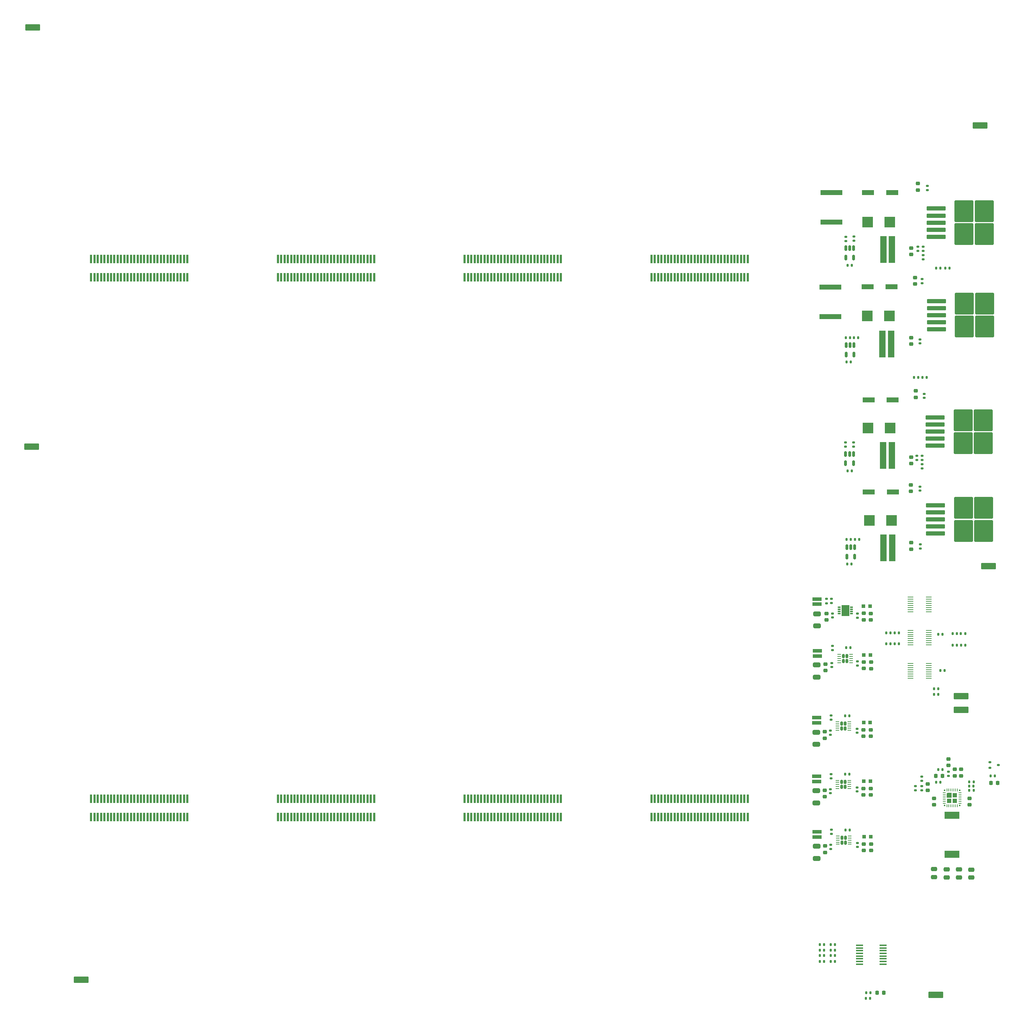
<source format=gbr>
%TF.GenerationSoftware,KiCad,Pcbnew,9.0.6-9.0.6~ubuntu22.04.1*%
%TF.CreationDate,2026-01-06T17:11:06-05:00*%
%TF.ProjectId,psc_carrier_brd,7073635f-6361-4727-9269-65725f627264,rev?*%
%TF.SameCoordinates,Original*%
%TF.FileFunction,Paste,Top*%
%TF.FilePolarity,Positive*%
%FSLAX46Y46*%
G04 Gerber Fmt 4.6, Leading zero omitted, Abs format (unit mm)*
G04 Created by KiCad (PCBNEW 9.0.6-9.0.6~ubuntu22.04.1) date 2026-01-06 17:11:06*
%MOMM*%
%LPD*%
G01*
G04 APERTURE LIST*
G04 Aperture macros list*
%AMRoundRect*
0 Rectangle with rounded corners*
0 $1 Rounding radius*
0 $2 $3 $4 $5 $6 $7 $8 $9 X,Y pos of 4 corners*
0 Add a 4 corners polygon primitive as box body*
4,1,4,$2,$3,$4,$5,$6,$7,$8,$9,$2,$3,0*
0 Add four circle primitives for the rounded corners*
1,1,$1+$1,$2,$3*
1,1,$1+$1,$4,$5*
1,1,$1+$1,$6,$7*
1,1,$1+$1,$8,$9*
0 Add four rect primitives between the rounded corners*
20,1,$1+$1,$2,$3,$4,$5,0*
20,1,$1+$1,$4,$5,$6,$7,0*
20,1,$1+$1,$6,$7,$8,$9,0*
20,1,$1+$1,$8,$9,$2,$3,0*%
%AMOutline5P*
0 Free polygon, 5 corners , with rotation*
0 The origin of the aperture is its center*
0 number of corners: always 5*
0 $1 to $10 corner X, Y*
0 $11 Rotation angle, in degrees counterclockwise*
0 create outline with 5 corners*
4,1,5,$1,$2,$3,$4,$5,$6,$7,$8,$9,$10,$1,$2,$11*%
%AMOutline6P*
0 Free polygon, 6 corners , with rotation*
0 The origin of the aperture is its center*
0 number of corners: always 6*
0 $1 to $12 corner X, Y*
0 $13 Rotation angle, in degrees counterclockwise*
0 create outline with 6 corners*
4,1,6,$1,$2,$3,$4,$5,$6,$7,$8,$9,$10,$11,$12,$1,$2,$13*%
%AMOutline7P*
0 Free polygon, 7 corners , with rotation*
0 The origin of the aperture is its center*
0 number of corners: always 7*
0 $1 to $14 corner X, Y*
0 $15 Rotation angle, in degrees counterclockwise*
0 create outline with 7 corners*
4,1,7,$1,$2,$3,$4,$5,$6,$7,$8,$9,$10,$11,$12,$13,$14,$1,$2,$15*%
%AMOutline8P*
0 Free polygon, 8 corners , with rotation*
0 The origin of the aperture is its center*
0 number of corners: always 8*
0 $1 to $16 corner X, Y*
0 $17 Rotation angle, in degrees counterclockwise*
0 create outline with 8 corners*
4,1,8,$1,$2,$3,$4,$5,$6,$7,$8,$9,$10,$11,$12,$13,$14,$15,$16,$1,$2,$17*%
G04 Aperture macros list end*
%ADD10C,0.025400*%
%ADD11R,2.997200X1.168400*%
%ADD12R,2.560396X2.499995*%
%ADD13RoundRect,0.135000X0.185000X-0.135000X0.185000X0.135000X-0.185000X0.135000X-0.185000X-0.135000X0*%
%ADD14R,2.220000X0.940000*%
%ADD15RoundRect,0.167500X0.167500X0.312500X-0.167500X0.312500X-0.167500X-0.312500X0.167500X-0.312500X0*%
%ADD16RoundRect,0.062500X0.362500X0.062500X-0.362500X0.062500X-0.362500X-0.062500X0.362500X-0.062500X0*%
%ADD17RoundRect,0.225000X-0.250000X0.225000X-0.250000X-0.225000X0.250000X-0.225000X0.250000X0.225000X0*%
%ADD18R,0.812800X0.889000*%
%ADD19RoundRect,0.222222X-1.552778X-0.577778X1.552778X-0.577778X1.552778X0.577778X-1.552778X0.577778X0*%
%ADD20RoundRect,0.135000X-0.135000X-0.185000X0.135000X-0.185000X0.135000X0.185000X-0.135000X0.185000X0*%
%ADD21RoundRect,0.250000X-2.025000X-2.375000X2.025000X-2.375000X2.025000X2.375000X-2.025000X2.375000X0*%
%ADD22RoundRect,0.250000X-2.050000X-0.300000X2.050000X-0.300000X2.050000X0.300000X-2.050000X0.300000X0*%
%ADD23RoundRect,0.135000X0.135000X0.185000X-0.135000X0.185000X-0.135000X-0.185000X0.135000X-0.185000X0*%
%ADD24RoundRect,0.218750X-0.218750X-0.256250X0.218750X-0.256250X0.218750X0.256250X-0.218750X0.256250X0*%
%ADD25RoundRect,0.135000X-0.185000X0.135000X-0.185000X-0.135000X0.185000X-0.135000X0.185000X0.135000X0*%
%ADD26R,1.397000X0.279400*%
%ADD27RoundRect,0.140000X-0.170000X0.140000X-0.170000X-0.140000X0.170000X-0.140000X0.170000X0.140000X0*%
%ADD28R,1.603200X6.500000*%
%ADD29R,0.500000X2.000000*%
%ADD30R,0.375000X0.375000*%
%ADD31R,0.700000X0.250000*%
%ADD32R,0.250000X0.700000*%
%ADD33Outline5P,-0.562500X0.427500X-0.427500X0.562500X0.562500X0.562500X0.562500X-0.562500X-0.562500X-0.562500X0.000000*%
%ADD34R,1.125000X1.125000*%
%ADD35R,5.308600X1.295400*%
%ADD36RoundRect,0.225000X0.250000X-0.225000X0.250000X0.225000X-0.250000X0.225000X-0.250000X-0.225000X0*%
%ADD37RoundRect,0.218750X0.218750X0.256250X-0.218750X0.256250X-0.218750X-0.256250X0.218750X-0.256250X0*%
%ADD38RoundRect,0.140000X0.170000X-0.140000X0.170000X0.140000X-0.170000X0.140000X-0.170000X-0.140000X0*%
%ADD39RoundRect,0.250000X-0.650000X0.325000X-0.650000X-0.325000X0.650000X-0.325000X0.650000X0.325000X0*%
%ADD40RoundRect,0.150000X-0.150000X0.512500X-0.150000X-0.512500X0.150000X-0.512500X0.150000X0.512500X0*%
%ADD41RoundRect,0.250000X-0.475000X0.250000X-0.475000X-0.250000X0.475000X-0.250000X0.475000X0.250000X0*%
%ADD42R,3.560000X1.780000*%
%ADD43R,1.676400X0.355600*%
%ADD44RoundRect,0.225000X-0.225000X-0.250000X0.225000X-0.250000X0.225000X0.250000X-0.225000X0.250000X0*%
%ADD45R,0.787400X0.304800*%
%ADD46RoundRect,0.112500X-0.237500X0.112500X-0.237500X-0.112500X0.237500X-0.112500X0.237500X0.112500X0*%
G04 APERTURE END LIST*
D10*
%TO.C,U6*%
X265975800Y-238694600D02*
X264223200Y-238694600D01*
X264223200Y-236205400D01*
X265975800Y-236205400D01*
X265975800Y-238694600D01*
G36*
X265975800Y-238694600D02*
G01*
X264223200Y-238694600D01*
X264223200Y-236205400D01*
X265975800Y-236205400D01*
X265975800Y-238694600D01*
G37*
%TD*%
D11*
%TO.C,C61*%
X270466700Y-159500000D03*
X276283300Y-159500000D03*
%TD*%
D12*
%TO.C,C8*%
X275924895Y-193525000D03*
X270580507Y-193525000D03*
%TD*%
D13*
%TO.C,R16*%
X261800000Y-235700000D03*
X261800000Y-234680000D03*
%TD*%
D14*
%TO.C,R13*%
X258300000Y-235950000D03*
X258300000Y-234720000D03*
%TD*%
D15*
%TO.C,U9*%
X265140000Y-293380000D03*
X265140000Y-292190000D03*
X264320000Y-293380000D03*
X264320000Y-292190000D03*
D16*
X266180000Y-293785000D03*
X266180000Y-293285000D03*
X266180000Y-292785000D03*
X266180000Y-292285000D03*
X266180000Y-291785000D03*
X263280000Y-291785000D03*
X263280000Y-292285000D03*
X263280000Y-292785000D03*
X263280000Y-293285000D03*
X263280000Y-293785000D03*
%TD*%
D17*
%TO.C,C20*%
X269550000Y-249900000D03*
X269550000Y-251450000D03*
%TD*%
D18*
%TO.C,L5*%
X269530100Y-278590000D03*
X271130300Y-278590000D03*
%TD*%
D19*
%TO.C,TP14*%
X81000000Y-326400000D03*
%TD*%
D20*
%TO.C,R64*%
X261570000Y-318000000D03*
X262590000Y-318000000D03*
%TD*%
D21*
%TO.C,U19*%
X293725000Y-141250000D03*
X293725000Y-146800000D03*
X298575000Y-141250000D03*
X298575000Y-146800000D03*
D22*
X287000000Y-140625000D03*
X287000000Y-142325000D03*
X287000000Y-144025000D03*
X287000000Y-145725000D03*
X287000000Y-147425000D03*
%TD*%
D14*
%TO.C,R14*%
X258400000Y-248450000D03*
X258400000Y-247220000D03*
%TD*%
D23*
%TO.C,R48*%
X289010000Y-251900000D03*
X287990000Y-251900000D03*
%TD*%
D24*
%TO.C,D1*%
X300212500Y-279000000D03*
X301787500Y-279000000D03*
%TD*%
D20*
%TO.C,R27*%
X300150000Y-277350000D03*
X301170000Y-277350000D03*
%TD*%
D19*
%TO.C,TP12*%
X299600000Y-226800000D03*
%TD*%
D20*
%TO.C,R26*%
X295000000Y-278800000D03*
X296020000Y-278800000D03*
%TD*%
%TO.C,R66*%
X261590000Y-320600000D03*
X262610000Y-320600000D03*
%TD*%
D25*
%TO.C,R15*%
X260550000Y-234690000D03*
X260550000Y-235710000D03*
%TD*%
D13*
%TO.C,R28*%
X290000000Y-277300000D03*
X290000000Y-276280000D03*
%TD*%
D21*
%TO.C,U2*%
X293500000Y-191600000D03*
X293500000Y-197150000D03*
X298350000Y-191600000D03*
X298350000Y-197150000D03*
D22*
X286775000Y-190975000D03*
X286775000Y-192675000D03*
X286775000Y-194375000D03*
X286775000Y-196075000D03*
X286775000Y-197775000D03*
%TD*%
D11*
%TO.C,C2*%
X270783400Y-208900000D03*
X276600000Y-208900000D03*
%TD*%
D15*
%TO.C,U7*%
X265510000Y-249640000D03*
X265510000Y-248450000D03*
X264690000Y-249640000D03*
X264690000Y-248450000D03*
D16*
X266550000Y-250045000D03*
X266550000Y-249545000D03*
X266550000Y-249045000D03*
X266550000Y-248545000D03*
X266550000Y-248045000D03*
X263650000Y-248045000D03*
X263650000Y-248545000D03*
X263650000Y-249045000D03*
X263650000Y-249545000D03*
X263650000Y-250045000D03*
%TD*%
D18*
%TO.C,L2*%
X269550000Y-248200000D03*
X271150200Y-248200000D03*
%TD*%
D13*
%TO.C,R33*%
X283500000Y-280810000D03*
X283500000Y-279790000D03*
%TD*%
%TO.C,R32*%
X283500000Y-278545000D03*
X283500000Y-277525000D03*
%TD*%
D26*
%TO.C,U13*%
X280815600Y-242248670D03*
X280815600Y-242749050D03*
X280815600Y-243249431D03*
X280815600Y-243749809D03*
X280815600Y-244250191D03*
X280815600Y-244750569D03*
X280815600Y-245250950D03*
X280815600Y-245751330D03*
X285184400Y-245751330D03*
X285184400Y-245250950D03*
X285184400Y-244750569D03*
X285184400Y-244250191D03*
X285184400Y-243749809D03*
X285184400Y-243249431D03*
X285184400Y-242749050D03*
X285184400Y-242248670D03*
%TD*%
D19*
%TO.C,TP15*%
X69300000Y-97000000D03*
%TD*%
D27*
%TO.C,C31*%
X261490000Y-266435000D03*
X261490000Y-267395000D03*
%TD*%
D26*
%TO.C,U14*%
X280815600Y-234248670D03*
X280815600Y-234749050D03*
X280815600Y-235249431D03*
X280815600Y-235749809D03*
X280815600Y-236250191D03*
X280815600Y-236750569D03*
X280815600Y-237250950D03*
X280815600Y-237751330D03*
X285184400Y-237751330D03*
X285184400Y-237250950D03*
X285184400Y-236750569D03*
X285184400Y-236250191D03*
X285184400Y-235749809D03*
X285184400Y-235249431D03*
X285184400Y-234749050D03*
X285184400Y-234248670D03*
%TD*%
D28*
%TO.C,R56*%
X276375000Y-150500000D03*
X274271798Y-150500000D03*
%TD*%
D29*
%TO.C,J15*%
X218400000Y-152800000D03*
X218400000Y-157200000D03*
X219200000Y-152800000D03*
X219200000Y-157200000D03*
X220000000Y-152800000D03*
X220000000Y-157200000D03*
X220800000Y-152800000D03*
X220800000Y-157200000D03*
X221600000Y-152800000D03*
X221600000Y-157200000D03*
X222400000Y-152800000D03*
X222400000Y-157200000D03*
X223200000Y-152800000D03*
X223200000Y-157200000D03*
X224000000Y-152800000D03*
X224000000Y-157200000D03*
X224800000Y-152800000D03*
X224800000Y-157200000D03*
X225600000Y-152800000D03*
X225600000Y-157200000D03*
X226400000Y-152800000D03*
X226400000Y-157200000D03*
X227200000Y-152800000D03*
X227200000Y-157200000D03*
X228000000Y-152800000D03*
X228000000Y-157200000D03*
X228800000Y-152800000D03*
X228800000Y-157200000D03*
X229600000Y-152800000D03*
X229600000Y-157200000D03*
X230400000Y-152800000D03*
X230400000Y-157200000D03*
X231200000Y-152800000D03*
X231200000Y-157200000D03*
X232000000Y-152800000D03*
X232000000Y-157200000D03*
X232800000Y-152800000D03*
X232800000Y-157200000D03*
X233600000Y-152800000D03*
X233600000Y-157200000D03*
X234400000Y-152800000D03*
X234400000Y-157200000D03*
X235200000Y-152800000D03*
X235200000Y-157200000D03*
X236000000Y-152800000D03*
X236000000Y-157200000D03*
X236800000Y-152800000D03*
X236800000Y-157200000D03*
X237600000Y-152800000D03*
X237600000Y-157200000D03*
X238400000Y-152800000D03*
X238400000Y-157200000D03*
X239200000Y-152800000D03*
X239200000Y-157200000D03*
X240000000Y-152800000D03*
X240000000Y-157200000D03*
X240800000Y-152800000D03*
X240800000Y-157200000D03*
X241600000Y-152800000D03*
X241600000Y-157200000D03*
%TD*%
D19*
%TO.C,TP17*%
X286900000Y-330100000D03*
%TD*%
D17*
%TO.C,C32*%
X260180000Y-266685000D03*
X260180000Y-268235000D03*
%TD*%
D23*
%TO.C,R29*%
X296020000Y-280800000D03*
X295000000Y-280800000D03*
%TD*%
D29*
%TO.C,J10*%
X128400000Y-282800000D03*
X128400000Y-287200000D03*
X129200000Y-282800000D03*
X129200000Y-287200000D03*
X130000000Y-282800000D03*
X130000000Y-287200000D03*
X130800000Y-282800000D03*
X130800000Y-287200000D03*
X131600000Y-282800000D03*
X131600000Y-287200000D03*
X132400000Y-282800000D03*
X132400000Y-287200000D03*
X133200000Y-282800000D03*
X133200000Y-287200000D03*
X134000000Y-282800000D03*
X134000000Y-287200000D03*
X134800000Y-282800000D03*
X134800000Y-287200000D03*
X135600000Y-282800000D03*
X135600000Y-287200000D03*
X136400000Y-282800000D03*
X136400000Y-287200000D03*
X137200000Y-282800000D03*
X137200000Y-287200000D03*
X138000000Y-282800000D03*
X138000000Y-287200000D03*
X138800000Y-282800000D03*
X138800000Y-287200000D03*
X139600000Y-282800000D03*
X139600000Y-287200000D03*
X140400000Y-282800000D03*
X140400000Y-287200000D03*
X141200000Y-282800000D03*
X141200000Y-287200000D03*
X142000000Y-282800000D03*
X142000000Y-287200000D03*
X142800000Y-282800000D03*
X142800000Y-287200000D03*
X143600000Y-282800000D03*
X143600000Y-287200000D03*
X144400000Y-282800000D03*
X144400000Y-287200000D03*
X145200000Y-282800000D03*
X145200000Y-287200000D03*
X146000000Y-282800000D03*
X146000000Y-287200000D03*
X146800000Y-282800000D03*
X146800000Y-287200000D03*
X147600000Y-282800000D03*
X147600000Y-287200000D03*
X148400000Y-282800000D03*
X148400000Y-287200000D03*
X149200000Y-282800000D03*
X149200000Y-287200000D03*
X150000000Y-282800000D03*
X150000000Y-287200000D03*
X150800000Y-282800000D03*
X150800000Y-287200000D03*
X151600000Y-282800000D03*
X151600000Y-287200000D03*
%TD*%
D20*
%TO.C,R62*%
X258990000Y-320600000D03*
X260010000Y-320600000D03*
%TD*%
D30*
%TO.C,U11*%
X289025000Y-280825000D03*
X289025000Y-284450000D03*
X292650000Y-280825000D03*
X292650000Y-284450000D03*
D31*
X288937500Y-281387500D03*
X288937500Y-281887500D03*
X288937500Y-282387500D03*
X288937500Y-282887500D03*
X288937500Y-283387500D03*
X288937500Y-283887500D03*
D32*
X289587500Y-284537500D03*
X290087500Y-284537500D03*
X290587500Y-284537500D03*
X291087500Y-284537500D03*
X291587500Y-284537500D03*
X292087500Y-284537500D03*
D31*
X292737500Y-283887500D03*
X292737500Y-283387500D03*
X292737500Y-282887500D03*
X292737500Y-282387500D03*
X292737500Y-281887500D03*
X292737500Y-281387500D03*
D32*
X292087500Y-280737500D03*
X291587500Y-280737500D03*
X291087500Y-280737500D03*
X290587500Y-280737500D03*
X290087500Y-280737500D03*
X289587500Y-280737500D03*
D33*
X290175000Y-281975000D03*
D34*
X291500000Y-281975000D03*
X290175000Y-283300000D03*
X291500000Y-283300000D03*
%TD*%
D13*
%TO.C,R12*%
X262050000Y-247045000D03*
X262050000Y-246025000D03*
%TD*%
D35*
%TO.C,F1*%
X261750000Y-143912000D03*
X261750000Y-136800000D03*
%TD*%
D36*
%TO.C,C3*%
X282125000Y-186100000D03*
X282125000Y-184550000D03*
%TD*%
D20*
%TO.C,R70*%
X270090000Y-330900000D03*
X271110000Y-330900000D03*
%TD*%
%TO.C,R69*%
X286480000Y-256300000D03*
X287500000Y-256300000D03*
%TD*%
D27*
%TO.C,C30*%
X267940000Y-265975000D03*
X267940000Y-266935000D03*
%TD*%
D25*
%TO.C,R50*%
X283865000Y-149790000D03*
X283865000Y-150810000D03*
%TD*%
D14*
%TO.C,R22*%
X258290000Y-292040000D03*
X258290000Y-290810000D03*
%TD*%
D12*
%TO.C,C66*%
X270380612Y-166500000D03*
X275725000Y-166500000D03*
%TD*%
D37*
%TO.C,D3*%
X274387500Y-329600000D03*
X272812500Y-329600000D03*
%TD*%
D23*
%TO.C,R36*%
X293990000Y-243000000D03*
X292970000Y-243000000D03*
%TD*%
D38*
%TO.C,C65*%
X283625000Y-158600000D03*
X283625000Y-157640000D03*
%TD*%
D29*
%TO.C,J9*%
X128400000Y-152800000D03*
X128400000Y-157200000D03*
X129200000Y-152800000D03*
X129200000Y-157200000D03*
X130000000Y-152800000D03*
X130000000Y-157200000D03*
X130800000Y-152800000D03*
X130800000Y-157200000D03*
X131600000Y-152800000D03*
X131600000Y-157200000D03*
X132400000Y-152800000D03*
X132400000Y-157200000D03*
X133200000Y-152800000D03*
X133200000Y-157200000D03*
X134000000Y-152800000D03*
X134000000Y-157200000D03*
X134800000Y-152800000D03*
X134800000Y-157200000D03*
X135600000Y-152800000D03*
X135600000Y-157200000D03*
X136400000Y-152800000D03*
X136400000Y-157200000D03*
X137200000Y-152800000D03*
X137200000Y-157200000D03*
X138000000Y-152800000D03*
X138000000Y-157200000D03*
X138800000Y-152800000D03*
X138800000Y-157200000D03*
X139600000Y-152800000D03*
X139600000Y-157200000D03*
X140400000Y-152800000D03*
X140400000Y-157200000D03*
X141200000Y-152800000D03*
X141200000Y-157200000D03*
X142000000Y-152800000D03*
X142000000Y-157200000D03*
X142800000Y-152800000D03*
X142800000Y-157200000D03*
X143600000Y-152800000D03*
X143600000Y-157200000D03*
X144400000Y-152800000D03*
X144400000Y-157200000D03*
X145200000Y-152800000D03*
X145200000Y-157200000D03*
X146000000Y-152800000D03*
X146000000Y-157200000D03*
X146800000Y-152800000D03*
X146800000Y-157200000D03*
X147600000Y-152800000D03*
X147600000Y-157200000D03*
X148400000Y-152800000D03*
X148400000Y-157200000D03*
X149200000Y-152800000D03*
X149200000Y-157200000D03*
X150000000Y-152800000D03*
X150000000Y-157200000D03*
X150800000Y-152800000D03*
X150800000Y-157200000D03*
X151600000Y-152800000D03*
X151600000Y-157200000D03*
%TD*%
D20*
%TO.C,R58*%
X267200000Y-171700000D03*
X268220000Y-171700000D03*
%TD*%
%TO.C,R46*%
X281700000Y-181300000D03*
X282720000Y-181300000D03*
%TD*%
D27*
%TO.C,C24*%
X262060000Y-238200000D03*
X262060000Y-239160000D03*
%TD*%
D25*
%TO.C,R31*%
X282000000Y-279790000D03*
X282000000Y-280810000D03*
%TD*%
D20*
%TO.C,R38*%
X274980000Y-245500000D03*
X276000000Y-245500000D03*
%TD*%
D14*
%TO.C,R19*%
X258190000Y-264535000D03*
X258190000Y-263305000D03*
%TD*%
D12*
%TO.C,C7*%
X270880612Y-215800000D03*
X276225000Y-215800000D03*
%TD*%
D20*
%TO.C,R67*%
X261590000Y-322000000D03*
X262610000Y-322000000D03*
%TD*%
D15*
%TO.C,U8*%
X265040000Y-265875000D03*
X265040000Y-264685000D03*
X264220000Y-265875000D03*
X264220000Y-264685000D03*
D16*
X266080000Y-266280000D03*
X266080000Y-265780000D03*
X266080000Y-265280000D03*
X266080000Y-264780000D03*
X266080000Y-264280000D03*
X263180000Y-264280000D03*
X263180000Y-264780000D03*
X263180000Y-265280000D03*
X263180000Y-265780000D03*
X263180000Y-266280000D03*
%TD*%
D38*
%TO.C,C6*%
X283125000Y-208560000D03*
X283125000Y-207600000D03*
%TD*%
D23*
%TO.C,R20*%
X266160000Y-290340000D03*
X265140000Y-290340000D03*
%TD*%
D39*
%TO.C,C27*%
X258200000Y-250550000D03*
X258200000Y-253500000D03*
%TD*%
D27*
%TO.C,C42*%
X267950000Y-280080000D03*
X267950000Y-281040000D03*
%TD*%
D23*
%TO.C,R49*%
X288510000Y-243200000D03*
X287490000Y-243200000D03*
%TD*%
D36*
%TO.C,C48*%
X291500000Y-277300000D03*
X291500000Y-275750000D03*
%TD*%
D23*
%TO.C,R55*%
X266410000Y-177600000D03*
X265390000Y-177600000D03*
%TD*%
D27*
%TO.C,C10*%
X283225000Y-221545000D03*
X283225000Y-222505000D03*
%TD*%
D11*
%TO.C,C1*%
X276525000Y-186700000D03*
X270708400Y-186700000D03*
%TD*%
D23*
%TO.C,R54*%
X266712500Y-154312500D03*
X265692500Y-154312500D03*
%TD*%
D19*
%TO.C,TP18*%
X293000000Y-258100000D03*
%TD*%
D29*
%TO.C,J12*%
X173400000Y-152800000D03*
X173400000Y-157200000D03*
X174200000Y-152800000D03*
X174200000Y-157200000D03*
X175000000Y-152800000D03*
X175000000Y-157200000D03*
X175800000Y-152800000D03*
X175800000Y-157200000D03*
X176600000Y-152800000D03*
X176600000Y-157200000D03*
X177400000Y-152800000D03*
X177400000Y-157200000D03*
X178200000Y-152800000D03*
X178200000Y-157200000D03*
X179000000Y-152800000D03*
X179000000Y-157200000D03*
X179800000Y-152800000D03*
X179800000Y-157200000D03*
X180600000Y-152800000D03*
X180600000Y-157200000D03*
X181400000Y-152800000D03*
X181400000Y-157200000D03*
X182200000Y-152800000D03*
X182200000Y-157200000D03*
X183000000Y-152800000D03*
X183000000Y-157200000D03*
X183800000Y-152800000D03*
X183800000Y-157200000D03*
X184600000Y-152800000D03*
X184600000Y-157200000D03*
X185400000Y-152800000D03*
X185400000Y-157200000D03*
X186200000Y-152800000D03*
X186200000Y-157200000D03*
X187000000Y-152800000D03*
X187000000Y-157200000D03*
X187800000Y-152800000D03*
X187800000Y-157200000D03*
X188600000Y-152800000D03*
X188600000Y-157200000D03*
X189400000Y-152800000D03*
X189400000Y-157200000D03*
X190200000Y-152800000D03*
X190200000Y-157200000D03*
X191000000Y-152800000D03*
X191000000Y-157200000D03*
X191800000Y-152800000D03*
X191800000Y-157200000D03*
X192600000Y-152800000D03*
X192600000Y-157200000D03*
X193400000Y-152800000D03*
X193400000Y-157200000D03*
X194200000Y-152800000D03*
X194200000Y-157200000D03*
X195000000Y-152800000D03*
X195000000Y-157200000D03*
X195800000Y-152800000D03*
X195800000Y-157200000D03*
X196600000Y-152800000D03*
X196600000Y-157200000D03*
%TD*%
D20*
%TO.C,R42*%
X290980000Y-245800000D03*
X292000000Y-245800000D03*
%TD*%
D28*
%TO.C,R53*%
X274021798Y-173300000D03*
X276125000Y-173300000D03*
%TD*%
D17*
%TO.C,C44*%
X260190000Y-280790000D03*
X260190000Y-282340000D03*
%TD*%
D29*
%TO.C,J5*%
X83400000Y-152800000D03*
X83400000Y-157200000D03*
X84200000Y-152800000D03*
X84200000Y-157200000D03*
X85000000Y-152800000D03*
X85000000Y-157200000D03*
X85800000Y-152800000D03*
X85800000Y-157200000D03*
X86600000Y-152800000D03*
X86600000Y-157200000D03*
X87400000Y-152800000D03*
X87400000Y-157200000D03*
X88200000Y-152800000D03*
X88200000Y-157200000D03*
X89000000Y-152800000D03*
X89000000Y-157200000D03*
X89800000Y-152800000D03*
X89800000Y-157200000D03*
X90600000Y-152800000D03*
X90600000Y-157200000D03*
X91400000Y-152800000D03*
X91400000Y-157200000D03*
X92200000Y-152800000D03*
X92200000Y-157200000D03*
X93000000Y-152800000D03*
X93000000Y-157200000D03*
X93800000Y-152800000D03*
X93800000Y-157200000D03*
X94600000Y-152800000D03*
X94600000Y-157200000D03*
X95400000Y-152800000D03*
X95400000Y-157200000D03*
X96200000Y-152800000D03*
X96200000Y-157200000D03*
X97000000Y-152800000D03*
X97000000Y-157200000D03*
X97800000Y-152800000D03*
X97800000Y-157200000D03*
X98600000Y-152800000D03*
X98600000Y-157200000D03*
X99400000Y-152800000D03*
X99400000Y-157200000D03*
X100200000Y-152800000D03*
X100200000Y-157200000D03*
X101000000Y-152800000D03*
X101000000Y-157200000D03*
X101800000Y-152800000D03*
X101800000Y-157200000D03*
X102600000Y-152800000D03*
X102600000Y-157200000D03*
X103400000Y-152800000D03*
X103400000Y-157200000D03*
X104200000Y-152800000D03*
X104200000Y-157200000D03*
X105000000Y-152800000D03*
X105000000Y-157200000D03*
X105800000Y-152800000D03*
X105800000Y-157200000D03*
X106600000Y-152800000D03*
X106600000Y-157200000D03*
%TD*%
D20*
%TO.C,R34*%
X287000000Y-278850000D03*
X288020000Y-278850000D03*
%TD*%
D17*
%TO.C,C16*%
X271290000Y-238200000D03*
X271290000Y-239750000D03*
%TD*%
D36*
%TO.C,C63*%
X281925000Y-158800000D03*
X281925000Y-157250000D03*
%TD*%
D20*
%TO.C,R39*%
X277000000Y-245500000D03*
X278020000Y-245500000D03*
%TD*%
D29*
%TO.C,J16*%
X218400000Y-282800000D03*
X218400000Y-287200000D03*
X219200000Y-282800000D03*
X219200000Y-287200000D03*
X220000000Y-282800000D03*
X220000000Y-287200000D03*
X220800000Y-282800000D03*
X220800000Y-287200000D03*
X221600000Y-282800000D03*
X221600000Y-287200000D03*
X222400000Y-282800000D03*
X222400000Y-287200000D03*
X223200000Y-282800000D03*
X223200000Y-287200000D03*
X224000000Y-282800000D03*
X224000000Y-287200000D03*
X224800000Y-282800000D03*
X224800000Y-287200000D03*
X225600000Y-282800000D03*
X225600000Y-287200000D03*
X226400000Y-282800000D03*
X226400000Y-287200000D03*
X227200000Y-282800000D03*
X227200000Y-287200000D03*
X228000000Y-282800000D03*
X228000000Y-287200000D03*
X228800000Y-282800000D03*
X228800000Y-287200000D03*
X229600000Y-282800000D03*
X229600000Y-287200000D03*
X230400000Y-282800000D03*
X230400000Y-287200000D03*
X231200000Y-282800000D03*
X231200000Y-287200000D03*
X232000000Y-282800000D03*
X232000000Y-287200000D03*
X232800000Y-282800000D03*
X232800000Y-287200000D03*
X233600000Y-282800000D03*
X233600000Y-287200000D03*
X234400000Y-282800000D03*
X234400000Y-287200000D03*
X235200000Y-282800000D03*
X235200000Y-287200000D03*
X236000000Y-282800000D03*
X236000000Y-287200000D03*
X236800000Y-282800000D03*
X236800000Y-287200000D03*
X237600000Y-282800000D03*
X237600000Y-287200000D03*
X238400000Y-282800000D03*
X238400000Y-287200000D03*
X239200000Y-282800000D03*
X239200000Y-287200000D03*
X240000000Y-282800000D03*
X240000000Y-287200000D03*
X240800000Y-282800000D03*
X240800000Y-287200000D03*
X241600000Y-282800000D03*
X241600000Y-287200000D03*
%TD*%
D17*
%TO.C,C28*%
X271240000Y-266235000D03*
X271240000Y-267785000D03*
%TD*%
D20*
%TO.C,R45*%
X277000000Y-242900000D03*
X278020000Y-242900000D03*
%TD*%
D23*
%TO.C,R23*%
X266070000Y-276940000D03*
X265050000Y-276940000D03*
%TD*%
D40*
%TO.C,U4*%
X267372500Y-222237500D03*
X266422500Y-222237500D03*
X265472500Y-222237500D03*
X265472500Y-224512500D03*
X267372500Y-224512500D03*
%TD*%
D41*
%TO.C,C56*%
X286500000Y-299800000D03*
X286500000Y-301700000D03*
%TD*%
D36*
%TO.C,C46*%
X293000000Y-277300000D03*
X293000000Y-275750000D03*
%TD*%
D27*
%TO.C,C36*%
X268040000Y-293480000D03*
X268040000Y-294440000D03*
%TD*%
D18*
%TO.C,L3*%
X269520100Y-264485000D03*
X271120300Y-264485000D03*
%TD*%
D40*
%TO.C,U21*%
X267200000Y-173525000D03*
X266250000Y-173525000D03*
X265300000Y-173525000D03*
X265300000Y-175800000D03*
X267200000Y-175800000D03*
%TD*%
D36*
%TO.C,C49*%
X295050000Y-284272500D03*
X295050000Y-282722500D03*
%TD*%
D20*
%TO.C,R43*%
X292980000Y-245800000D03*
X294000000Y-245800000D03*
%TD*%
D27*
%TO.C,C37*%
X261590000Y-293940000D03*
X261590000Y-294900000D03*
%TD*%
D41*
%TO.C,C54*%
X292500000Y-299860000D03*
X292500000Y-301760000D03*
%TD*%
D18*
%TO.C,L1*%
X269489900Y-236450000D03*
X271090100Y-236450000D03*
%TD*%
D42*
%TO.C,L6*%
X290850000Y-286800000D03*
X290850000Y-296200000D03*
%TD*%
D40*
%TO.C,U5*%
X267090000Y-199725000D03*
X266140000Y-199725000D03*
X265190000Y-199725000D03*
X265190000Y-202000000D03*
X267090000Y-202000000D03*
%TD*%
D21*
%TO.C,U20*%
X293800000Y-163525000D03*
X293800000Y-169075000D03*
X298650000Y-163525000D03*
X298650000Y-169075000D03*
D22*
X287075000Y-162900000D03*
X287075000Y-164600000D03*
X287075000Y-166300000D03*
X287075000Y-168000000D03*
X287075000Y-169700000D03*
%TD*%
D23*
%TO.C,R11*%
X266310000Y-246450000D03*
X265290000Y-246450000D03*
%TD*%
D20*
%TO.C,R61*%
X258990000Y-319300000D03*
X260010000Y-319300000D03*
%TD*%
%TO.C,R44*%
X275000000Y-242900000D03*
X276020000Y-242900000D03*
%TD*%
D28*
%TO.C,R4*%
X274321798Y-222400000D03*
X276425000Y-222400000D03*
%TD*%
D29*
%TO.C,J13*%
X173400000Y-282800000D03*
X173400000Y-287200000D03*
X174200000Y-282800000D03*
X174200000Y-287200000D03*
X175000000Y-282800000D03*
X175000000Y-287200000D03*
X175800000Y-282800000D03*
X175800000Y-287200000D03*
X176600000Y-282800000D03*
X176600000Y-287200000D03*
X177400000Y-282800000D03*
X177400000Y-287200000D03*
X178200000Y-282800000D03*
X178200000Y-287200000D03*
X179000000Y-282800000D03*
X179000000Y-287200000D03*
X179800000Y-282800000D03*
X179800000Y-287200000D03*
X180600000Y-282800000D03*
X180600000Y-287200000D03*
X181400000Y-282800000D03*
X181400000Y-287200000D03*
X182200000Y-282800000D03*
X182200000Y-287200000D03*
X183000000Y-282800000D03*
X183000000Y-287200000D03*
X183800000Y-282800000D03*
X183800000Y-287200000D03*
X184600000Y-282800000D03*
X184600000Y-287200000D03*
X185400000Y-282800000D03*
X185400000Y-287200000D03*
X186200000Y-282800000D03*
X186200000Y-287200000D03*
X187000000Y-282800000D03*
X187000000Y-287200000D03*
X187800000Y-282800000D03*
X187800000Y-287200000D03*
X188600000Y-282800000D03*
X188600000Y-287200000D03*
X189400000Y-282800000D03*
X189400000Y-287200000D03*
X190200000Y-282800000D03*
X190200000Y-287200000D03*
X191000000Y-282800000D03*
X191000000Y-287200000D03*
X191800000Y-282800000D03*
X191800000Y-287200000D03*
X192600000Y-282800000D03*
X192600000Y-287200000D03*
X193400000Y-282800000D03*
X193400000Y-287200000D03*
X194200000Y-282800000D03*
X194200000Y-287200000D03*
X195000000Y-282800000D03*
X195000000Y-287200000D03*
X195800000Y-282800000D03*
X195800000Y-287200000D03*
X196600000Y-282800000D03*
X196600000Y-287200000D03*
%TD*%
D17*
%TO.C,C68*%
X281025000Y-171750000D03*
X281025000Y-173300000D03*
%TD*%
D39*
%TO.C,C33*%
X258140000Y-266785000D03*
X258140000Y-269735000D03*
%TD*%
%TO.C,C26*%
X258300000Y-238250000D03*
X258300000Y-241200000D03*
%TD*%
D18*
%TO.C,L4*%
X269620100Y-291990000D03*
X271220300Y-291990000D03*
%TD*%
D20*
%TO.C,R41*%
X289190000Y-155000000D03*
X290210000Y-155000000D03*
%TD*%
D17*
%TO.C,C18*%
X269550000Y-238150000D03*
X269550000Y-239700000D03*
%TD*%
D27*
%TO.C,C23*%
X261850000Y-250140000D03*
X261850000Y-251100000D03*
%TD*%
D13*
%TO.C,R10*%
X267090000Y-198000000D03*
X267090000Y-196980000D03*
%TD*%
D25*
%TO.C,R2*%
X283625000Y-202190000D03*
X283625000Y-203210000D03*
%TD*%
D23*
%TO.C,R37*%
X292000000Y-243000000D03*
X290980000Y-243000000D03*
%TD*%
D27*
%TO.C,C21*%
X268050000Y-249740000D03*
X268050000Y-250700000D03*
%TD*%
D25*
%TO.C,R57*%
X265212500Y-147412500D03*
X265212500Y-148432500D03*
%TD*%
D23*
%TO.C,R5*%
X266700000Y-203800000D03*
X265680000Y-203800000D03*
%TD*%
D17*
%TO.C,C25*%
X260300000Y-250400000D03*
X260300000Y-251950000D03*
%TD*%
D27*
%TO.C,C19*%
X268050000Y-238240000D03*
X268050000Y-239200000D03*
%TD*%
%TO.C,C12*%
X282325000Y-200220000D03*
X282325000Y-201180000D03*
%TD*%
D11*
%TO.C,C60*%
X276391600Y-136800000D03*
X270575000Y-136800000D03*
%TD*%
D23*
%TO.C,R3*%
X266410000Y-220350000D03*
X265390000Y-220350000D03*
%TD*%
D20*
%TO.C,R63*%
X258990000Y-322000000D03*
X260010000Y-322000000D03*
%TD*%
D12*
%TO.C,C67*%
X275847194Y-143900000D03*
X270502806Y-143900000D03*
%TD*%
D17*
%TO.C,C41*%
X269500000Y-280340000D03*
X269500000Y-281890000D03*
%TD*%
D13*
%TO.C,R18*%
X261680000Y-263780000D03*
X261680000Y-262760000D03*
%TD*%
D29*
%TO.C,J6*%
X83400000Y-282800000D03*
X83400000Y-287200000D03*
X84200000Y-282800000D03*
X84200000Y-287200000D03*
X85000000Y-282800000D03*
X85000000Y-287200000D03*
X85800000Y-282800000D03*
X85800000Y-287200000D03*
X86600000Y-282800000D03*
X86600000Y-287200000D03*
X87400000Y-282800000D03*
X87400000Y-287200000D03*
X88200000Y-282800000D03*
X88200000Y-287200000D03*
X89000000Y-282800000D03*
X89000000Y-287200000D03*
X89800000Y-282800000D03*
X89800000Y-287200000D03*
X90600000Y-282800000D03*
X90600000Y-287200000D03*
X91400000Y-282800000D03*
X91400000Y-287200000D03*
X92200000Y-282800000D03*
X92200000Y-287200000D03*
X93000000Y-282800000D03*
X93000000Y-287200000D03*
X93800000Y-282800000D03*
X93800000Y-287200000D03*
X94600000Y-282800000D03*
X94600000Y-287200000D03*
X95400000Y-282800000D03*
X95400000Y-287200000D03*
X96200000Y-282800000D03*
X96200000Y-287200000D03*
X97000000Y-282800000D03*
X97000000Y-287200000D03*
X97800000Y-282800000D03*
X97800000Y-287200000D03*
X98600000Y-282800000D03*
X98600000Y-287200000D03*
X99400000Y-282800000D03*
X99400000Y-287200000D03*
X100200000Y-282800000D03*
X100200000Y-287200000D03*
X101000000Y-282800000D03*
X101000000Y-287200000D03*
X101800000Y-282800000D03*
X101800000Y-287200000D03*
X102600000Y-282800000D03*
X102600000Y-287200000D03*
X103400000Y-282800000D03*
X103400000Y-287200000D03*
X104200000Y-282800000D03*
X104200000Y-287200000D03*
X105000000Y-282800000D03*
X105000000Y-287200000D03*
X105800000Y-282800000D03*
X105800000Y-287200000D03*
X106600000Y-282800000D03*
X106600000Y-287200000D03*
%TD*%
D17*
%TO.C,C22*%
X260550000Y-238200000D03*
X260550000Y-239750000D03*
%TD*%
D43*
%TO.C,U23*%
X268580600Y-318125001D03*
X268580600Y-318774999D03*
X268580600Y-319425001D03*
X268580600Y-320074999D03*
X268580600Y-320724998D03*
X268580600Y-321374999D03*
X268580600Y-322024998D03*
X268580600Y-322674999D03*
X274219400Y-322674999D03*
X274219400Y-322025001D03*
X274219400Y-321374999D03*
X274219400Y-320725001D03*
X274219400Y-320075002D03*
X274219400Y-319425001D03*
X274219400Y-318775002D03*
X274219400Y-318125001D03*
%TD*%
D25*
%TO.C,R1*%
X283625000Y-200180000D03*
X283625000Y-201200000D03*
%TD*%
D44*
%TO.C,C52*%
X286950000Y-277300000D03*
X288500000Y-277300000D03*
%TD*%
D19*
%TO.C,TP19*%
X293000000Y-261400000D03*
%TD*%
D17*
%TO.C,C17*%
X271300000Y-249925000D03*
X271300000Y-251475000D03*
%TD*%
D27*
%TO.C,C71*%
X282575000Y-149845000D03*
X282575000Y-150805000D03*
%TD*%
D25*
%TO.C,R8*%
X265150000Y-196970000D03*
X265150000Y-197990000D03*
%TD*%
D17*
%TO.C,C11*%
X281025000Y-200525000D03*
X281025000Y-202075000D03*
%TD*%
D20*
%TO.C,R71*%
X270130000Y-329600000D03*
X271150000Y-329600000D03*
%TD*%
D23*
%TO.C,R35*%
X288500000Y-275800000D03*
X287480000Y-275800000D03*
%TD*%
D20*
%TO.C,R30*%
X294990000Y-279800000D03*
X296010000Y-279800000D03*
%TD*%
%TO.C,R9*%
X267455000Y-220350000D03*
X268475000Y-220350000D03*
%TD*%
D45*
%TO.C,U6*%
X266560000Y-238200000D03*
X266560000Y-237700000D03*
X266560000Y-237200000D03*
X266560000Y-236700000D03*
X263639000Y-236700000D03*
X263639000Y-237200000D03*
X263639000Y-237700000D03*
X263639000Y-238200000D03*
%TD*%
D17*
%TO.C,C29*%
X269490000Y-266235000D03*
X269490000Y-267785000D03*
%TD*%
D41*
%TO.C,C55*%
X289500000Y-299850000D03*
X289500000Y-301750000D03*
%TD*%
D15*
%TO.C,U10*%
X265050000Y-279980000D03*
X265050000Y-278790000D03*
X264230000Y-279980000D03*
X264230000Y-278790000D03*
D16*
X266090000Y-280385000D03*
X266090000Y-279885000D03*
X266090000Y-279385000D03*
X266090000Y-278885000D03*
X266090000Y-278385000D03*
X263190000Y-278385000D03*
X263190000Y-278885000D03*
X263190000Y-279385000D03*
X263190000Y-279885000D03*
X263190000Y-280385000D03*
%TD*%
D39*
%TO.C,C39*%
X258240000Y-294290000D03*
X258240000Y-297240000D03*
%TD*%
D20*
%TO.C,R60*%
X258970000Y-318000000D03*
X259990000Y-318000000D03*
%TD*%
%TO.C,R65*%
X261590000Y-319300000D03*
X262610000Y-319300000D03*
%TD*%
D17*
%TO.C,C40*%
X271250000Y-280340000D03*
X271250000Y-281890000D03*
%TD*%
D28*
%TO.C,R7*%
X274221798Y-200100000D03*
X276325000Y-200100000D03*
%TD*%
D46*
%TO.C,Q1*%
X299967500Y-274035000D03*
X299967500Y-275335000D03*
X301967500Y-274685000D03*
%TD*%
D20*
%TO.C,R47*%
X283690000Y-181300000D03*
X284710000Y-181300000D03*
%TD*%
D35*
%TO.C,F2*%
X261500000Y-166650000D03*
X261500000Y-159538000D03*
%TD*%
D19*
%TO.C,TP16*%
X69100000Y-198000000D03*
%TD*%
D38*
%TO.C,C5*%
X284125000Y-186240580D03*
X284125000Y-185280580D03*
%TD*%
D23*
%TO.C,R6*%
X266575000Y-226275000D03*
X265555000Y-226275000D03*
%TD*%
D13*
%TO.C,R21*%
X261780000Y-291285000D03*
X261780000Y-290265000D03*
%TD*%
D23*
%TO.C,R52*%
X266220000Y-171700000D03*
X265200000Y-171700000D03*
%TD*%
D19*
%TO.C,TP13*%
X297600000Y-120600000D03*
%TD*%
D27*
%TO.C,C69*%
X283125000Y-172140000D03*
X283125000Y-173100000D03*
%TD*%
D40*
%TO.C,U22*%
X267100000Y-150125000D03*
X266150000Y-150125000D03*
X265200000Y-150125000D03*
X265200000Y-152400000D03*
X267100000Y-152400000D03*
%TD*%
D17*
%TO.C,C70*%
X280975000Y-150125000D03*
X280975000Y-151675000D03*
%TD*%
D38*
%TO.C,C64*%
X284875000Y-136150000D03*
X284875000Y-135190000D03*
%TD*%
D23*
%TO.C,R17*%
X266060000Y-262835000D03*
X265040000Y-262835000D03*
%TD*%
D26*
%TO.C,U12*%
X280815600Y-250248670D03*
X280815600Y-250749050D03*
X280815600Y-251249431D03*
X280815600Y-251749809D03*
X280815600Y-252250191D03*
X280815600Y-252750569D03*
X280815600Y-253250950D03*
X280815600Y-253751330D03*
X285184400Y-253751330D03*
X285184400Y-253250950D03*
X285184400Y-252750569D03*
X285184400Y-252250191D03*
X285184400Y-251749809D03*
X285184400Y-251249431D03*
X285184400Y-250749050D03*
X285184400Y-250248670D03*
%TD*%
D20*
%TO.C,R68*%
X286500000Y-257700000D03*
X287520000Y-257700000D03*
%TD*%
D36*
%TO.C,C62*%
X282625000Y-136150000D03*
X282625000Y-134600000D03*
%TD*%
D14*
%TO.C,R25*%
X258200000Y-278640000D03*
X258200000Y-277410000D03*
%TD*%
D27*
%TO.C,C43*%
X261500000Y-280540000D03*
X261500000Y-281500000D03*
%TD*%
D36*
%TO.C,C51*%
X285000000Y-280800000D03*
X285000000Y-279250000D03*
%TD*%
D17*
%TO.C,C35*%
X269590000Y-293740000D03*
X269590000Y-295290000D03*
%TD*%
%TO.C,C34*%
X271340000Y-293740000D03*
X271340000Y-295290000D03*
%TD*%
D20*
%TO.C,R40*%
X286990000Y-155000000D03*
X288010000Y-155000000D03*
%TD*%
D21*
%TO.C,U3*%
X293575000Y-212725000D03*
X293575000Y-218275000D03*
X298425000Y-212725000D03*
X298425000Y-218275000D03*
D22*
X286850000Y-212100000D03*
X286850000Y-213800000D03*
X286850000Y-215500000D03*
X286850000Y-217200000D03*
X286850000Y-218900000D03*
%TD*%
D41*
%TO.C,C53*%
X295500000Y-299900000D03*
X295500000Y-301800000D03*
%TD*%
D36*
%TO.C,C4*%
X280925000Y-208775000D03*
X280925000Y-207225000D03*
%TD*%
D17*
%TO.C,C38*%
X260280000Y-294190000D03*
X260280000Y-295740000D03*
%TD*%
D36*
%TO.C,C50*%
X290000000Y-274800000D03*
X290000000Y-273250000D03*
%TD*%
D13*
%TO.C,R59*%
X267212500Y-148412500D03*
X267212500Y-147392500D03*
%TD*%
D36*
%TO.C,C47*%
X286500000Y-284275000D03*
X286500000Y-282725000D03*
%TD*%
D13*
%TO.C,R24*%
X261690000Y-277885000D03*
X261690000Y-276865000D03*
%TD*%
D17*
%TO.C,C9*%
X281025000Y-221125000D03*
X281025000Y-222675000D03*
%TD*%
D25*
%TO.C,R51*%
X283875000Y-151865000D03*
X283875000Y-152885000D03*
%TD*%
D39*
%TO.C,C45*%
X258150000Y-280890000D03*
X258150000Y-283840000D03*
%TD*%
M02*

</source>
